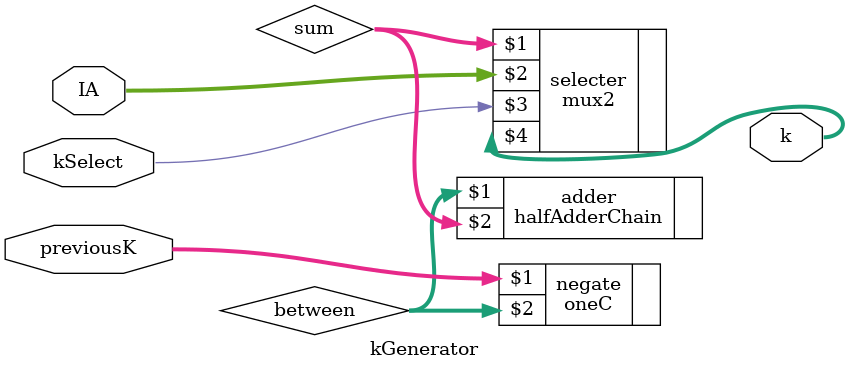
<source format=sv>
module kGenerator(  input logic[31:0] previousK,
                    input logic[31:0] IA,
                    input logic kSelect,
                    output logic[31:0] k);

    logic [31:0] sum, between;
    oneC #(32) negate(previousK, between);
    halfAdderChain adder(between, sum);
    mux2 #(32) selecter(sum, IA, kSelect, k);


endmodule

</source>
